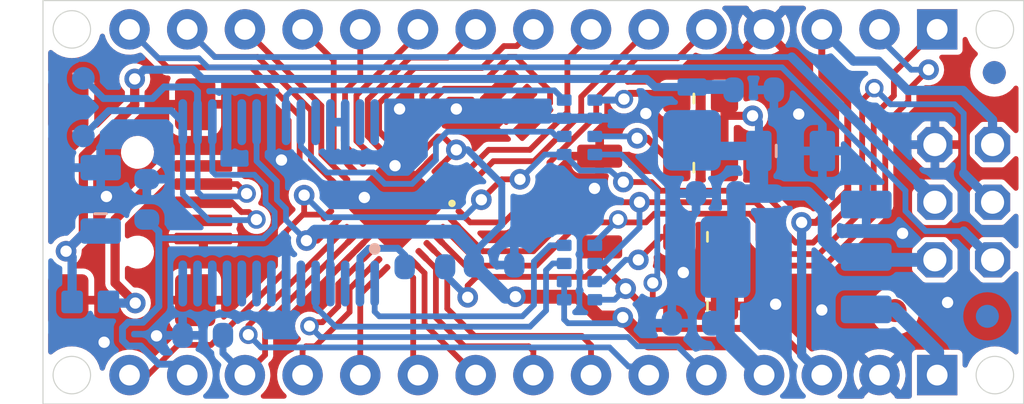
<source format=kicad_pcb>
(kicad_pcb (version 20211014) (generator pcbnew)
  (layers (0 "F.Cu" signal) (31 "B.Cu" signal) (34 "B.Paste" user) (35 "F.Paste" user) (36 "B.SilkS" user "B.Silkscreen") (37 "F.SilkS" user "F.Silkscreen") (38 "B.Mask" user) (39 "F.Mask" user) (44 "Edge.Cuts" user))
  (net 0 "")
  (net 1 "/AREF")
  (net 2 "/RESET")
  (net 3 "Net-(C4-Pad2)")
  (net 4 "Net-(D+0-PadX)")
  (net 5 "Net-(D-0-PadX)")
  (net 6 "Net-(F1-Pad2)")
  (net 7 "/RX")
  (net 9 "/TX")
  (net 19 "Net-(IC1-Pad22)")
  (net 20 "Net-(IC1-Pad23)")
  (net 24 "COM")
  (net 25 "+5V")
  (net 26 "VIN")
  (net 27 "3V3")
  (net 28 "/D3")
  (net 29 "VUSB")
  (net 30 "/D4")
  (net 31 "Net-(IC3-Pad7)")
  (net 32 "Net-(IC3-Pad8)")
  (net 33 "/D5")
  (net 34 "/D6")
  (net 35 "/D7")
  (net 36 "/D8")
  (net 37 "/D9")
  (net 38 "/D10")
  (net 39 "/D11{slash}MOSI")
  (net 40 "/D12{slash}MISO")
  (net 41 "/D13{slash}SCK")
  (net 42 "/A6")
  (net 43 "/A7")
  (net 44 "/A0")
  (net 45 "/A1")
  (net 46 "/A2")
  (net 47 "/A3")
  (net 48 "/A4")
  (net 49 "/A5")
  (net 50 "/D0{slash}RX")
  (net 51 "/D1{slash}TX")
  (net 52 "/D2")
  (net 54 "Net-(PWR0-Pad1)")
  (net 55 "Net-(L0-Pad1)")
  (net 56 "Net-(RP2-Pad5)")
  (net 57 "Net-(RP2-Pad7)")
  (footprint "NanoV3.3:Fiducial_1mm_Mask1.5mm" (layer "F.Cu") (at 167.6146 95.885)
    (fp_text reference "FD2" hide)
    (fp_text value "DNP" hide)
  )
  (footprint "NanoV3.3:LED_0805_2012Metric" (layer "F.Cu") (at 154.686 97.028 90)
    (fp_text reference "TX0" hide)
    (fp_text value "Green" hide)
  )
  (footprint "NanoV3.3:LED_0805_2012Metric" (layer "F.Cu") (at 154.686 100.076 90)
    (fp_text reference "RX0" hide)
    (fp_text value "Red" hide)
  )
  (footprint "NanoV3.3:LED_0805_2012Metric" (layer "F.Cu") (at 154.686 103.124 -90)
    (fp_text reference "PWR0" hide)
    (fp_text value "Green" hide)
  )
  (footprint "NanoV3.3:Resonator_SMD_Murata_CSTxExxV-3Pin_3.0x1.1mm" (layer "F.Cu") (at 146.5834 97.2836 -45)
    (fp_text reference "Y1" hide)
    (fp_text value "16MHz" hide)
  )
  (footprint "NanoV3.3:USB_Mini-B_Lumberg_2486_01_Horizontal" (layer "F.Cu") (at 132.7912 103.2002 90)
    (fp_text reference "J3" hide)
    (fp_text value "Conn_Mini_USB" hide)
  )
  (footprint "NanoV3.3:TestPoint_Pad_D1.0mm" (layer "F.Cu") (at 127.508 98.679)
    (fp_text reference "D+0" hide)
    (fp_text value "DNP" hide)
  )
  (footprint "NanoV3.3:LED_0805_2012Metric" (layer "F.Cu") (at 154.686 106.172 -90)
    (fp_text reference "L0" hide)
    (fp_text value "Yellow" hide)
  )
  (footprint "NanoV3.3:SW_SPST_3.9x2.9mm" (layer "F.Cu") (at 150.241 99.568 -90)
    (fp_text reference "SW1" hide)
    (fp_text value "RESET" hide)
  )
  (footprint "NanoV3.3:VQFN-32-1EP_5x5mm_P0.5mm_EP3.254x3.254mm" (layer "F.Cu") (at 141.224 101.6508 -135)
    (fp_text reference "IC3" hide)
    (fp_text value "328P-MUR" hide)
  )
  (footprint "NanoV3.3:TestPoint_Pad_D1.0mm" (layer "F.Cu") (at 127.508 96.139)
    (fp_text reference "D-0" hide)
    (fp_text value "DNP" hide)
  )
  (footprint "NanoV3.3:PinHeader_2x3_P2.54mm_Vertical" (layer "F.Cu") (at 166.2684 101.6 90)
    (fp_text reference "J4" hide)
    (fp_text value "Conn_2x3" hide)
  )
  (footprint "NanoV3.3:Fiducial_1mm_Mask1.5mm" (layer "F.Cu") (at 163.2458 106.3752 -90)
    (fp_text reference "FD1" hide)
    (fp_text value "DNP" hide)
  )
  (footprint "NanoV3.3:C_0603_1608Metric" (layer "B.Cu") (at 154.305 106.934 180)
    (fp_text reference "C8" hide)
    (fp_text value "1uF" hide)
  )
  (footprint "NanoV3.3:C_0603_1608Metric" (layer "B.Cu") (at 145.5928 104.3686)
    (fp_text reference "C3" hide)
    (fp_text value "1uF" hide)
  )
  (footprint "NanoV3.3:Fiducial_1mm_Mask1.5mm" (layer "B.Cu") (at 167.3098 106.6292 90)
    (fp_text reference "FD3" hide)
    (fp_text value "DNP" hide)
  )
  (footprint "NanoV3.3:DO-220AA" (layer "B.Cu") (at 154.305 98.171 90)
    (fp_text reference "D1" hide)
    (fp_text value "SS1P3L" hide)
  )
  (footprint "NanoV3.3:PinHeader_1x15_P2.54mm_Vertical" (layer "B.Cu") (at 147.32 93.98 180)
    (fp_text reference "J1" hide)
    (fp_text value "Conn_1x15" hide)
  )
  (footprint "NanoV3.3:C_0603_1608Metric" (layer "B.Cu") (at 142.5448 104.4448 180)
    (fp_text reference "C4" hide)
    (fp_text value "100nF" hide)
  )
  (footprint "NanoV3.3:R_CAY16-4" (layer "B.Cu") (at 149.352 98.298 90)
    (fp_text reference "RP2" hide)
    (fp_text value "1K" hide)
  )
  (footprint "NanoV3.3:C_0603_1608Metric" (layer "B.Cu") (at 157.0228 96.647)
    (fp_text reference "C9" hide)
    (fp_text value "100nF" hide)
  )
  (footprint "NanoV3.3:C_0603_1608Metric" (layer "B.Cu") (at 132.765 107.4674 180)
    (fp_text reference "C1" hide)
    (fp_text value "100nF" hide)
  )
  (footprint "NanoV3.3:CP_EIA-3216-18_Kemet-A" (layer "B.Cu") (at 128.27 102.87 90)
    (fp_text reference "C2" hide)
    (fp_text value "4,7uF_16V" hide)
  )
  (footprint "NanoV3.3:PinHeader_1x15_P2.54mm_Vertical" (layer "B.Cu") (at 147.32 109.22 180)
    (fp_text reference "J2" hide)
    (fp_text value "Conn_1x15" hide)
  )
  (footprint "NanoV3.3:Fiducial_1mm_Mask1.5mm" (layer "B.Cu") (at 167.6146 95.885 90)
    (fp_text reference "FD4" hide)
    (fp_text value "DNP" hide)
  )
  (footprint "NanoV3.3:R_CAY16-4" (layer "B.Cu") (at 149.352 104.6988 -90)
    (fp_text reference "RP1" hide)
    (fp_text value "1K" hide)
  )
  (footprint "NanoV3.3:SOT-223" (layer "B.Cu") (at 158.877 104.013 -90)
    (fp_text reference "IC2" hide)
    (fp_text value "LM1117IMPX-5.0" hide)
  )
  (footprint "NanoV3.3:SSOP-28_5.3x10.2mm_P0.65mm" (layer "B.Cu") (at 140.335 105.1814 180)
    (fp_text reference "IC1" hide)
    (fp_text value "FT232RL" hide)
  )
  (footprint "NanoV3.3:Fuse_0603_1608Metric" (layer "B.Cu") (at 127.8128 105.9942)
    (fp_text reference "F1" hide)
    (fp_text value "MFFSMF050" hide)
  )
  (footprint "NanoV3.3:C_0603_1608Metric" (layer "B.Cu") (at 130.302 101.473 -90)
    (fp_text reference "C6" hide)
    (fp_text value "100nF" hide)
  )
  (footprint "NanoV3.3:CP_EIA-3216-18_Kemet-A" (layer "B.Cu") (at 157.2514 99.3394)
    (fp_text reference "C5" hide)
    (fp_text value "4,7uF_16V" hide)
  )
  (footprint "NanoV3.3:C_0603_1608Metric" (layer "B.Cu") (at 155.3718 101.219 180)
    (fp_text reference "C7" hide)
    (fp_text value "1uF" hide)
  )
  (gr_circle (center 167.64 109.22) (end 168.4655 109.22) (layer "Edge.Cuts") (width 0.05) (fill none))
  (gr_line (start 125.73 92.71) (end 125.73 110.49) (layer "Edge.Cuts") (width 0.05))
  (gr_circle (center 127 109.22) (end 127.8255 109.22) (layer "Edge.Cuts") (width 0.05) (fill none))
  (gr_line (start 168.91 110.49) (end 168.91 92.71) (layer "Edge.Cuts") (width 0.05))
  (gr_circle (center 127 93.98) (end 127.8255 93.98) (layer "Edge.Cuts") (width 0.05) (fill none))
  (gr_circle (center 167.64 93.98) (end 168.4655 93.98) (layer "Edge.Cuts") (width 0.05) (fill none))
  (gr_line (start 168.91 92.71) (end 125.73 92.71) (layer "Edge.Cuts") (width 0.05))
  (gr_line (start 125.73 110.49) (end 168.91 110.49) (layer "Edge.Cuts") (width 0.05))
  (segment (start 139.314812 103.206435) (end 135.508999 107.012248) (width 0.254) (layer "F.Cu") (net 1))
  (segment (start 135.508999 108.331001) (end 134.62 109.22) (width 0.254) (layer "F.Cu") (net 1))
  (segment (start 135.508999 107.012248) (end 135.508999 108.331001) (width 0.254) (layer "F.Cu") (net 1))
  (segment (start 133.654 107.4674) (end 133.654 108.254) (width 0.3048) (layer "B.Cu") (net 1))
  (segment (start 133.654 108.254) (end 134.62 109.22) (width 0.3048) (layer "B.Cu") (net 1))
  (segment (start 157.988 107.1626) (end 160.02 109.22) (width 0.3048) (layer "F.Cu") (net 2))
  (segment (start 152.781 107.1626) (end 152.273 106.68) (width 0.3048) (layer "F.Cu") (net 2))
  (segment locked (start 149.63 104.89) (end 144.81675 104.89) (width 0.254) (layer "F.Cu") (net 2))
  (segment (start 161.163 97.155) (end 161.163 101.092) (width 0.3048) (layer "F.Cu") (net 2))
  (segment (start 160.02 93.98) (end 160.02 96.012) (width 0.3048) (layer "F.Cu") (net 2))
  (segment (start 144.43 105.79) (end 144.43 105.27675) (width 0.254) (layer "F.Cu") (net 2))
  (segment (start 152.781 107.1626) (end 157.988 107.1626) (width 0.3048) (layer "F.Cu") (net 2))
  (segment (start 160.02 96.012) (end 161.163 97.155) (width 0.3048) (layer "F.Cu") (net 2))
  (segment locked (start 150.241 104.267) (end 150.241 103.5685) (width 0.3048) (layer "F.Cu") (net 2))
  (segment (start 151.384 105.41) (end 152.273 106.299) (width 0.3048) (layer "F.Cu") (net 2))
  (segment (start 152.273 106.299) (end 152.273 106.68) (width 0.3048) (layer "F.Cu") (net 2))
  (segment (start 159.766 102.489) (end 159.131 102.489) (width 0.3048) (layer "F.Cu") (net 2))
  (segment (start 144.81675 104.89) (end 143.133187 103.206438) (width 0.254) (layer "F.Cu") (net 2))
  (segment locked (start 151.384 105.41) (end 150.241 104.267) (width 0.3048) (layer "F.Cu") (net 2))
  (segment (start 144.43 105.27675) (end 144.81675 104.89) (width 0.254) (layer "F.Cu") (net 2))
  (segment (start 149.63 104.89) (end 150.241 104.279) (width 0.254) (layer "F.Cu") (net 2))
  (segment (start 161.163 101.092) (end 159.766 102.489) (width 0.3048) (layer "F.Cu") (net 2))
  (via (at 159.131 102.489) (size 0.9064) (drill 0.5) (layers "F.Cu" "B.Cu") (net 2))
  (via (at 151.384 105.41) (size 0.9064) (drill 0.5) (layers "F.Cu" "B.Cu") (net 2))
  (via (at 144.43 105.79) (size 0.9064) (drill 0.5) (layers "F.Cu" "B.Cu") (net 2))
  (segment (start 143.4338 104.4448) (end 143.4338 104.7938) (width 0.3048) (layer "B.Cu") (net 2))
  (segment (start 143.4338 104.7938) (end 144.43 105.79) (width 0.3048) (layer "B.Cu") (net 2))
  (segment (start 162.5092 95.377) (end 163.8046 96.6724) (width 0.4064) (layer "B.Cu") (net 2))
  (segment (start 167.5384 99.06) (end 167.5384 97.9678) (width 0.4064) (layer "B.Cu") (net 2))
  (segment (start 167.5384 97.9678) (end 166.243 96.6724) (width 0.4064) (layer "B.Cu") (net 2))
  (segment (start 161.417 95.377) (end 162.5092 95.377) (width 0.4064) (layer "B.Cu") (net 2))
  (segment (start 159.131 108.331) (end 160.02 109.22) (width 0.4064) (layer "B.Cu") (net 2))
  (segment (start 159.131 102.489) (end 159.131 108.331) (width 0.4064) (layer "B.Cu") (net 2))
  (segment (start 160.02 93.98) (end 161.417 95.377) (width 0.4064) (layer "B.Cu") (net 2))
  (segment (start 150.8952 105.8988) (end 151.384 105.41) (width 0.254) (layer "B.Cu") (net 2))
  (segment (start 150.027 105.8988) (end 150.8952 105.8988) (width 0.254) (layer "B.Cu") (net 2))
  (segment (start 163.8046 96.6724) (end 166.243 96.6724) (width 0.4064) (layer "B.Cu") (net 2))
  (segment (start 141.351 103.632) (end 141.6558 103.9368) (width 0.3048) (layer "B.Cu") (net 3))
  (segment (start 139.6848 104.025717) (end 139.6848 105.1814) (width 0.3048) (layer "B.Cu") (net 3))
  (segment (start 140.078517 103.632) (end 139.6848 104.025717) (width 0.3048) (layer "B.Cu") (net 3))
  (segment (start 141.351 103.632) (end 140.078517 103.632) (width 0.3048) (layer "B.Cu") (net 3))
  (segment (start 141.6558 103.9368) (end 141.6558 104.4448) (width 0.3048) (layer "B.Cu") (net 3))
  (segment (start 134.467981 102.0318) (end 134.7978 102.0318) (width 0.254) (layer "F.Cu") (net 4))
  (segment (start 134.036381 101.6002) (end 134.467981 102.0318) (width 0.254) (layer "F.Cu") (net 4))
  (segment (start 132.7912 101.6002) (end 134.036381 101.6002) (width 0.254) (layer "F.Cu") (net 4))
  (segment (start 134.7978 102.0318) (end 135.128 102.362) (width 0.254) (layer "F.Cu") (net 4))
  (via (at 135.128 102.362) (size 0.8128) (drill 0.5) (layers "F.Cu" "B.Cu") (net 4))
  (segment (start 131.8895 98.171) (end 131.8895 101.2495) (width 0.254) (layer "B.Cu") (net 4))
  (segment (start 131.3769 97.5614) (end 131.8849 98.0694) (width 0.3048) (layer "B.Cu") (net 4))
  (segment (start 133.03 102.39) (end 135.1 102.39) (width 0.254) (layer "B.Cu") (net 4))
  (segment (start 131.8895 101.2495) (end 133.03 102.39) (width 0.254) (layer "B.Cu") (net 4))
  (segment (start 127.508 98.679) (end 128.6256 97.5614) (width 0.3048) (layer "B.Cu") (net 4))
  (segment (start 128.6256 97.5614) (end 131.3769 97.5614) (width 0.3048) (layer "B.Cu") (net 4))
  (segment (start 135.1 102.39) (end 135.128 102.362) (width 0.254) (layer "B.Cu") (net 4))
  (segment (start 132.7912 100.8002) (end 134.2774 100.8002) (width 0.254) (layer "F.Cu") (net 5))
  (segment (start 134.2774 100.8002) (end 134.6962 101.219) (width 0.254) (layer "F.Cu") (net 5))
  (via (at 134.6962 101.219) (size 0.8128) (drill 0.5) (layers "F.Cu" "B.Cu") (net 5))
  (segment (start 128.397 97.028) (end 127.508 96.139) (width 0.3048) (layer "B.Cu") (net 5))
  (segment (start 132.5352 98.0694) (end 132.5352 96.7212) (width 0.3048) (layer "B.Cu") (net 5))
  (segment (start 131.064 96.52) (end 132.334 96.52) (width 0.3048) (layer "B.Cu") (net 5))
  (segment (start 131.064 96.52) (end 130.556 97.028) (width 0.3048) (layer "B.Cu") (net 5))
  (segment (start 132.7404 101.346) (end 134.5692 101.346) (width 0.254) (layer "B.Cu") (net 5))
  (segment (start 132.5372 101.1428) (end 132.7404 101.346) (width 0.254) (layer "B.Cu") (net 5))
  (segment (start 134.5692 101.346) (end 134.6962 101.219) (width 0.254) (layer "B.Cu") (net 5))
  (segment (start 130.556 97.028) (end 128.397 97.028) (width 0.3048) (layer "B.Cu") (net 5))
  (segment (start 132.5352 96.7212) (end 132.334 96.52) (width 0.3048) (layer "B.Cu") (net 5))
  (segment (start 132.5372 98.0567) (end 132.5372 101.1428) (width 0.254) (layer "B.Cu") (net 5))
  (segment (start 132.7912 100.0002) (end 131.2668 100.0002) (width 0.4064) (layer "F.Cu") (net 6))
  (segment (start 128.905 105.156) (end 129.794 106.045) (width 0.4064) (layer "F.Cu") (net 6))
  (segment (start 131.2668 100.0002) (end 128.905 102.362) (width 0.4064) (layer "F.Cu") (net 6))
  (segment (start 128.905 102.362) (end 128.905 105.156) (width 0.4064) (layer "F.Cu") (net 6))
  (via (at 129.794 106.045) (size 0.9064) (drill 0.5) (layers "F.Cu" "B.Cu") (net 6))
  (segment (start 128.6636 106.045) (end 129.794 106.045) (width 0.4064) (layer "B.Cu") (net 6))
  (segment (start 140.5382 106.6292) (end 146.8374 106.6292) (width 0.254) (layer "B.Cu") (net 7))
  (segment (start 148.677 103.4988) (end 148.0628 103.4988) (width 0.254) (layer "B.Cu") (net 7))
  (segment (start 147.3454 106.1212) (end 147.3454 104.2162) (width 0.254) (layer "B.Cu") (net 7))
  (segment (start 146.8374 106.6292) (end 147.3454 106.1212) (width 0.254) (layer "B.Cu") (net 7))
  (segment (start 140.335 106.426) (end 140.5382 106.6292) (width 0.254) (layer "B.Cu") (net 7))
  (segment (start 148.0628 103.4988) (end 147.3454 104.2162) (width 0.254) (layer "B.Cu") (net 7))
  (segment (start 140.335 106.426) (end 140.335 105.1814) (width 0.254) (layer "B.Cu") (net 7))
  (segment (start 148.1772 104.2988) (end 148.677 104.2988) (width 0.254) (layer "B.Cu") (net 9))
  (segment (start 138.6078 107.0864) (end 147.1676 107.0864) (width 0.254) (layer "B.Cu") (net 9))
  (segment (start 147.1676 107.0864) (end 147.8788 106.3752) (width 0.254) (layer "B.Cu") (net 9))
  (segment (start 147.8788 106.3752) (end 147.8788 104.5972) (width 0.254) (layer "B.Cu") (net 9))
  (segment (start 147.8788 104.5972) (end 148.1772 104.2988) (width 0.254) (layer "B.Cu") (net 9))
  (segment (start 137.7348 105.1814) (end 137.7348 106.2134) (width 0.254) (layer "B.Cu") (net 9))
  (segment (start 137.7348 106.2134) (end 138.6078 107.0864) (width 0.254) (layer "B.Cu") (net 9))
  (segment (start 148.677 97.098) (end 148.2514 96.6724) (width 0.254) (layer "B.Cu") (net 19))
  (segment (start 136.6774 96.6724) (end 136.4353 96.9145) (width 0.254) (layer "B.Cu") (net 19))
  (segment (start 148.2514 96.6724) (end 136.6774 96.6724) (width 0.254) (layer "B.Cu") (net 19))
  (segment (start 136.4353 96.9145) (end 136.4353 98.0694) (width 0.254) (layer "B.Cu") (net 19))
  (segment (start 140.28 100.29) (end 138.23 100.29) (width 0.254) (layer "B.Cu") (net 20))
  (segment (start 148.658 98.679) (end 148.319 98.679) (width 0.254) (layer "B.Cu") (net 20))
  (segment (start 137.0851 99.1451) (end 138.23 100.29) (width 0.254) (layer "B.Cu") (net 20))
  (segment (start 140.78 100.79) (end 140.28 100.29) (width 0.254) (layer "B.Cu") (net 20))
  (segment (start 141.98 100.79) (end 140.78 100.79) (width 0.254) (layer "B.Cu") (net 20))
  (segment (start 148.13 98.49) (end 143.53 98.49) (width 0.254) (layer "B.Cu") (net 20))
  (segment (start 143.03 99.74) (end 143.03 98.99) (width 0.254) (layer "B.Cu") (net 20))
  (segment (start 137.0851 98.0694) (end 137.0851 99.1451) (width 0.254) (layer "B.Cu") (net 20))
  (segment (start 141.98 100.79) (end 143.03 99.74) (width 0.254) (layer "B.Cu") (net 20))
  (segment (start 148.658 98.679) (end 148.677 98.698) (width 0.254) (layer "B.Cu") (net 20))
  (segment (start 143.03 98.99) (end 143.53 98.49) (width 0.254) (layer "B.Cu") (net 20))
  (segment (start 148.319 98.679) (end 148.13 98.49) (width 0.254) (layer "B.Cu") (net 20))
  (segment (start 142.779635 99.741612) (end 141.224 101.297247) (width 0.254) (layer "F.Cu") (net 24))
  (segment (start 132.7912 103.2002) (end 132.7912 103.8606) (width 0.4064) (layer "F.Cu") (net 24))
  (segment (start 142.28466 101.6508) (end 141.224 101.6508) (width 0.254) (layer "F.Cu") (net 24))
  (segment (start 143.486742 100.448718) (end 142.28466 101.6508) (width 0.254) (layer "F.Cu") (net 24))
  (segment (start 141.224 102.004353) (end 141.224 101.6508) (width 0.254) (layer "F.Cu") (net 24))
  (segment (start 132.4312 104.2206) (end 132.7912 103.8606) (width 0.4064) (layer "F.Cu") (net 24))
  (segment (start 132.4312 105.9177) (end 132.4312 104.2206) (width 0.4064) (layer "F.Cu") (net 24))
  (segment (start 141.224 101.297247) (end 141.224 101.6508) (width 0.254) (layer "F.Cu") (net 24))
  (segment (start 139.668365 103.559988) (end 141.224 102.004353) (width 0.254) (layer "F.Cu") (net 24))
  (via (at 141.23 99.99) (size 0.9064) (drill 0.5) (layers "F.Cu" "B.Cu") (net 24))
  (via (at 165.5572 106.0196) (size 0.9064) (drill 0.5) (layers "F.Cu" "B.Cu") (net 24))
  (via (at 150.0124 100.9904) (size 0.8128) (drill 0.5) (layers "F.Cu" "B.Cu") (net 24))
  (via (at 141.43 97.49) (size 0.9064) (drill 0.5) (layers "F.Cu" "B.Cu") (net 24))
  (via (at 157.988 106.0958) (size 0.8128) (drill 0.5) (layers "F.Cu" "B.Cu") (net 24))
  (via (at 139.88 101.39) (size 0.9064) (drill 0.5) (layers "F.Cu" "B.Cu") (net 24))
  (via (at 128.524 101.346) (size 0.9064) (drill 0.5) (layers "F.Cu" "B.Cu") (net 24))
  (via (at 143.93 97.49) (size 0.9064) (drill 0.5) (layers "F.Cu" "B.Cu") (net 24))
  (via (at 152.273 97.6884) (size 0.8128) (drill 0.5) (layers "F.Cu" "B.Cu") (net 24))
  (via (at 153.924 104.6988) (size 0.8128) (drill 0.5) (layers "F.Cu" "B.Cu") (net 24))
  (via (at 130.73 107.49) (size 0.9064) (drill 0.5) (layers "F.Cu" "B.Cu") (net 24))
  (via (at 128.4224 107.7722) (size 0.8128) (drill 0.5) (layers "F.Cu" "B.Cu") (net 24))
  (via (at 163.576 102.9716) (size 0.8128) (drill 0.5) (layers "F.Cu" "B.Cu") (net 24))
  (via (at 136.23 99.74) (size 0.9064) (drill 0.5) (layers "F.Cu" "B.Cu") (net 24))
  (via (at 160.02 106.3498) (size 0.8128) (drill 0.5) (layers "F.Cu" "B.Cu") (net 24))
  (via (at 159.004 97.7138) (size 0.8128) (drill 0.5) (layers "F.Cu" "B.Cu") (net 24))
  (segment (start 148.677 97.898) (end 150.027 97.898) (width 0.4064) (layer "B.Cu") (net 24))
  (segment (start 155.736011 100.076) (end 155.736011 97.028) (width 0.3556) (layer "F.Cu") (net 25))
  (segment (start 152.4 107.823) (end 151.257 106.68) (width 0.6096) (layer "F.Cu") (net 25))
  (segment (start 156.21 107.823) (end 157.48 109.22) (width 0.6096) (layer "F.Cu") (net 25))
  (segment (start 143.93 99.298353) (end 143.93 99.29) (width 0.254) (layer "F.Cu") (net 25))
  (segment (start 152.4 107.823) (end 156.21 107.823) (width 0.6096) (layer "F.Cu") (net 25))
  (segment (start 150.2156 106.68) (end 151.257 106.68) (width 0.6096) (layer "F.Cu") (net 25))
  (segment (start 146.5326 105.7656) (end 149.3012 105.7656) (width 0.6096) (layer "F.Cu") (net 25))
  (segment (start 143.133188 100.095165) (end 143.93 99.298353) (width 0.254) (layer "F.Cu") (net 25))
  (segment (start 138.607705 102.499328) (end 137.817033 103.29) (width 0.254) (layer "F.Cu") (net 25))
  (segment (start 156.972 97.79) (end 155.736011 97.79) (width 0.3556) (layer "F.Cu") (net 25))
  (segment (start 150.2156 106.68) (end 149.3012 105.7656) (width 0.6096) (layer "F.Cu") (net 25))
  (segment (start 143.3444 98.7044) (end 143.93 99.29) (width 0.254) (layer "F.Cu") (net 25))
  (segment (start 137.817033 103.29) (end 137.33 103.29) (width 0.254) (layer "F.Cu") (net 25))
  (segment (start 142.426082 99.388058) (end 143.10974 98.7044) (width 0.254) (layer "F.Cu") (net 25))
  (segment (start 143.10974 98.7044) (end 143.3444 98.7044) (width 0.254) (layer "F.Cu") (net 25))
  (via (at 143.93 99.29) (size 0.9064) (drill 0.5) (layers "F.Cu" "B.Cu") (net 25))
  (via (at 156.972 97.79) (size 0.9064) (drill 0.5) (layers "F.Cu" "B.Cu") (net 25))
  (via (at 151.257 106.68) (size 0.9064) (drill 0.5) (layers "F.Cu" "B.Cu") (net 25))
  (via (at 137.33 103.29) (size 0.9064) (drill 0.5) (layers "F.Cu" "B.Cu") (net 25))
  (via (at 146.5326 105.7656) (size 0.9064) (drill 0.5) (layers "F.Cu" "B.Cu") (net 25))
  (segment (start 148.677 105.0988) (end 148.677 105.8988) (width 0.254) (layer "B.Cu") (net 25))
  (segment (start 156.2608 101.219) (end 157.988 101.219) (width 0.8128) (layer "B.Cu") (net 25))
  (segment (start 157.2514 98.0694) (end 157.2514 99.3394) (width 0.3556) (layer "B.Cu") (net 25))
  (segment (start 135.1351 98.0694) (end 135.1351 99.7849) (width 0.254) (layer "B.Cu") (net 25))
  (segment (start 146.1008 105.7656) (end 144.7038 104.3686) (width 0.6096) (layer "B.Cu") (net 25))
  (segment (start 151.003 106.934) (end 151.257 106.68) (width 0.254) (layer "B.Cu") (net 25))
  (segment (start 154.305 98.871) (end 154.7734 99.3394) (width 0.8128) (layer "B.Cu") (net 25))
  (segment (start 159.385 101.219) (end 157.988 101.219) (width 0.6096) (layer "B.Cu") (net 25))
  (segment (start 162.1028 104.14) (end 164.9984 104.14) (width 0.6096) (layer "B.Cu") (net 25))
  (segment (start 136.43 102.39) (end 137.33 103.29) (width 0.254) (layer "B.Cu") (net 25))
  (segment (start 155.778 107.518) (end 157.48 109.22) (width 0.8128) (layer "B.Cu") (net 25))
  (segment (start 161.9758 104.013) (end 160.909 104.013) (width 0.6096) (layer "B.Cu") (net 25))
  (segment (start 145.93 102.59) (end 145.93 100.79) (width 0.3048) (layer "B.Cu") (net 25))
  (segment (start 155.778 104.013) (end 155.778 107.518) (width 0.8128) (layer "B.Cu") (net 25))
  (segment (start 136.03 101.49) (end 136.03 100.6798) (width 0.254) (layer "B.Cu") (net 25))
  (segment (start 136.43 101.89) (end 136.03 101.49) (width 0.254) (layer "B.Cu") (net 25))
  (segment (start 137.723 102.897) (end 137.33 103.29) (width 0.6096) (layer "B.Cu") (net 25))
  (segment (start 145.7364 102.7836) (end 145.93 102.59) (width 0.3048) (layer "B.Cu") (net 25))
  (segment (start 136.43 101.89) (end 136.43 102.39) (width 0.254) (layer "B.Cu") (net 25))
  (segment (start 157.2514 99.3394) (end 157.2514 101.219) (width 0.8128) (layer "B.Cu") (net 25))
  (segment (start 144.7038 103.8098) (end 144.7038 104.3686) (width 0.6096) (layer "B.Cu") (net 25))
  (segment (start 160.147 103.251) (end 160.147 101.981) (width 0.6096) (layer "B.Cu") (net 25))
  (segment (start 145.73 102.7836) (end 145.7364 102.7836) (width 0.3048) (layer "B.Cu") (net 25))
  (segment (start 160.909 104.013) (end 160.147 103.251) (width 0.6096) (layer "B.Cu") (net 25))
  (segment (start 154.7734 99.3394) (end 157.2514 99.3394) (width 0.8128) (layer "B.Cu") (net 25))
  (segment (start 156.2608 101.219) (end 156.2608 103.5302) (width 0.8128) (layer "B.Cu") (net 25))
  (segment (start 138.384991 105.1814) (end 138.384991 102.897) (width 0.3048) (layer "B.Cu") (net 25))
  (segment (start 161.9758 104.013) (end 162.1028 104.14) (width 0.6096) (layer "B.Cu") (net 25))
  (segment (start 146.5326 105.7656) (end 146.1008 105.7656) (width 0.6096) (layer "B.Cu") (net 25))
  (segment (start 145.73 102.7836) (end 144.7038 103.8098) (width 0.3048) (layer "B.Cu") (net 25))
  (segment (start 144.43 99.29) (end 143.93 99.29) (width 0.3048) (layer "B.Cu") (net 25))
  (segment (start 136.03 100.6798) (end 135.1351 99.7849) (width 0.254) (layer "B.Cu") (net 25))
  (segment (start 160.147 101.981) (end 159.385 101.219) (width 0.6096) (layer "B.Cu") (net 25))
  (segment (start 148.677 105.8988) (end 148.677 106.767) (width 0.254) (layer "B.Cu") (net 25))
  (segment (start 143.891 102.897) (end 137.723 102.897) (width 0.6096) (layer "B.Cu") (net 25))
  (segment (start 144.7038 103.8098) (end 143.891 102.897) (width 0.6096) (layer "B.Cu") (net 25))
  (segment (start 148.844 106.934) (end 151.003 106.934) (width 0.254) (layer "B.Cu") (net 25))
  (segment (start 156.2608 103.5302) (end 155.778 104.013) (width 0.8128) (layer "B.Cu") (net 25))
  (segment (start 156.972 97.79) (end 157.2514 98.0694) (width 0.3556) (layer "B.Cu") (net 25))
  (segment (start 145.93 100.79) (end 144.43 99.29) (width 0.3048) (layer "B.Cu") (net 25))
  (segment (start 148.677 106.767) (end 148.844 106.934) (width 0.254) (layer "B.Cu") (net 25))
  (segment (start 165.1 108.204) (end 165.1 109.22) (width 0.6096) (layer "B.Cu") (net 26))
  (segment (start 161.9758 106.3244) (end 163.2204 106.3244) (width 0.6096) (layer "B.Cu") (net 26))
  (segment (start 163.2204 106.3244) (end 165.1 108.204) (width 0.6096) (layer "B.Cu") (net 26))
  (segment (start 129.48 106.89) (end 129.23 107.14) (width 0.3048) (layer "B.Cu") (net 27))
  (segment (start 133.1849 100.2449) (end 133.33 100.39) (width 0.254) (layer "B.Cu") (net 27))
  (segment (start 133.33 100.39) (end 135.0356 100.39) (width 0.254) (layer "B.Cu") (net 27))
  (segment (start 130.83 106.19) (end 130.13 106.89) (width 0.3048) (layer "B.Cu") (net 27))
  (segment (start 130.13 106.89) (end 129.48 106.89) (width 0.3048) (layer "B.Cu") (net 27))
  (segment (start 130.03 107.94) (end 130.83 108.74) (width 0.3048) (layer "B.Cu") (net 27))
  (segment (start 135.0356 100.39) (end 135.0356 100.3956) (width 0.254) (layer "B.Cu") (net 27))
  (segment (start 129.23 107.14) (end 129.23 107.69) (width 0.3048) (layer "B.Cu") (net 27))
  (segment (start 130.83 102.89) (end 130.83 106.19) (width 0.3048) (layer "B.Cu") (net 27))
  (segment (start 129.48 107.94) (end 130.03 107.94) (width 0.3048) (layer "B.Cu") (net 27))
  (segment (start 130.302 102.362) (end 130.83 102.89) (width 0.3048) (layer "B.Cu") (net 27))
  (segment (start 135.93 102.69) (end 135.43 103.19) (width 0.254) (layer "B.Cu") (net 27))
  (segment (start 135.93 102.04) (end 135.53 101.64) (width 0.254) (layer "B.Cu") (net 27))
  (segment (start 135.430006 103.189989) (end 130.82999 103.189989) (width 0.254) (layer "B.Cu") (net 27))
  (segment (start 133.1849 98.0694) (end 133.1849 100.2449) (width 0.254) (layer "B.Cu") (net 27))
  (segment locked (start 130.83 108.74) (end 131.6 108.74) (width 0.3048) (layer "B.Cu") (net 27))
  (segment (start 132.08 109.22) (end 131.599991 108.739991) (width 0.3048) (layer "B.Cu") (net 27))
  (segment (start 135.93 102.69) (end 135.93 102.04) (width 0.254) (layer "B.Cu") (net 27))
  (segment (start 135.0356 100.3956) (end 135.53 100.89) (width 0.254) (layer "B.Cu") (net 27))
  (segment (start 135.53 101.64) (end 135.53 100.89) (width 0.254) (layer "B.Cu") (net 27))
  (segment (start 129.23 107.69) (end 129.48 107.94) (width 0.3048) (layer "B.Cu") (net 27))
  (segment (start 145.559673 99.79) (end 147.352 99.79) (width 0.254) (layer "F.Cu") (net 28))
  (segment (start 144.193848 101.155825) (end 145.559673 99.79) (width 0.254) (layer "F.Cu") (net 28))
  (segment (start 149.4282 96.9518) (end 149.4282 97.7138) (width 0.254) (layer "F.Cu") (net 28))
  (segment (start 149.4282 97.7138) (end 147.352 99.79) (width 0.254) (layer "F.Cu") (net 28))
  (segment (start 152.4 93.98) (end 149.4282 96.9518) (width 0.254) (layer "F.Cu") (net 28))
  (segment locked (start 129.7686 96.1644) (end 129.7686 97.3074) (width 0.4064) (layer "F.Cu") (net 29))
  (segment locked (start 127.508 99.568) (end 127.508 102.997) (width 0.4064) (layer "F.Cu") (net 29))
  (segment locked (start 127.508 99.568) (end 129.7686 97.3074) (width 0.4064) (layer "F.Cu") (net 29))
  (segment locked (start 127.508 102.997) (end 126.746 103.759) (width 0.4064) (layer "F.Cu") (net 29))
  (via (at 129.7686 96.1644) (size 0.9064) (drill 0.5) (layers "F.Cu" "B.Cu") (net 29))
  (via (at 126.746 103.759) (size 0.9064) (drill 0.5) (layers "F.Cu" "B.Cu") (net 29))
  (segment (start 154.304 96.52) (end 152.6794 96.52) (width 0.3556) (layer "B.Cu") (net 29))
  (segment (start 127.0128 104.0258) (end 126.746 103.759) (width 0.4064) (layer "B.Cu") (net 29))
  (segment (start 152.2984 96.1644) (end 132.7404 96.1644) (width 0.3556) (layer "B.Cu") (net 29))
  (segment (start 152.6794 96.52) (end 152.4762 96.3168) (width 0.3556) (layer "B.Cu") (net 29))
  (segment (start 128.27 102.87) (end 127.635 102.87) (width 0.4064) (layer "B.Cu") (net 29))
  (segment (start 132.334 95.758) (end 130.175 95.758) (width 0.3556) (layer "B.Cu") (net 29))
  (segment (start 127.0128 105.9942) (end 127.0128 104.0258) (width 0.4064) (layer "B.Cu") (net 29))
  (segment (start 127.635 102.87) (end 126.746 103.759) (width 0.4064) (layer "B.Cu") (net 29))
  (segment (start 132.7404 96.1644) (end 132.334 95.758) (width 0.3556) (layer "B.Cu") (net 29))
  (segment (start 152.2984 96.1644) (end 152.4762 96.3168) (width 0.3556) (layer "B.Cu") (net 29))
  (segment (start 130.175 95.758) (end 129.7686 96.1644) (width 0.3556) (layer "B.Cu") (net 29))
  (segment (start 156.0078 96.521) (end 154.305 96.521) (width 0.6096) (layer "B.Cu") (net 29))
  (segment (start 156.1338 96.647) (end 156.0078 96.521) (width 0.6096) (layer "B.Cu") (net 29))
  (segment (start 143.840295 100.802272) (end 145.352567 99.29) (width 0.254) (layer "F.Cu") (net 30))
  (segment (start 149.86 93.98) (end 149.86 94.234) (width 0.254) (layer "F.Cu") (net 30))
  (segment (start 145.352567 99.29) (end 147.1662 99.29) (width 0.254) (layer "F.Cu") (net 30))
  (segment (start 148.8186 95.2754) (end 148.8186 97.6376) (width 0.254) (layer "F.Cu") (net 30))
  (segment (start 148.8186 97.6376) (end 147.1662 99.29) (width 0.254) (layer "F.Cu") (net 30))
  (segment (start 149.86 94.234) (end 148.8186 95.2754) (width 0.254) (layer "F.Cu") (net 30))
  (segment (start 142.93 97.0746) (end 143.40888 96.59572) (width 0.254) (layer "F.Cu") (net 31))
  (segment (start 142.93 98.177033) (end 142.93 97.0746) (width 0.254) (layer "F.Cu") (net 31))
  (segment (start 143.40888 96.59572) (end 145.857066 96.59572) (width 0.254) (layer "F.Cu") (net 31))
  (segment (start 142.072528 99.034505) (end 142.93 98.177033) (width 0.254) (layer "F.Cu") (net 31))
  (segment (start 146.23 95.19) (end 145.281 96.139) (width 0.254) (layer "F.Cu") (net 32))
  (segment (start 148.0566 96.6978) (end 146.5488 95.19) (width 0.254) (layer "F.Cu") (net 32))
  (segment (start 142.43 96.89) (end 142.43 97.969927) (width 0.254) (layer "F.Cu") (net 32))
  (segment (start 148.0566 97.224614) (end 148.0566 96.6978) (width 0.254) (layer "F.Cu") (net 32))
  (segment (start 146.5488 95.19) (end 146.23 95.19) (width 0.254) (layer "F.Cu") (net 32))
  (segment (start 147.290507 97.990707) (end 148.0566 97.224614) (width 0.254) (layer "F.Cu") (net 32))
  (segment (start 143.181 96.139) (end 142.43 96.89) (width 0.254) (layer "F.Cu") (net 32))
  (segment (start 142.43 97.969927) (end 141.718975 98.680952) (width 0.254) (layer "F.Cu") (net 32))
  (segment (start 145.281 96.139) (end 143.181 96.139) (width 0.254) (layer "F.Cu") (net 32))
  (segment (start 146.5834 94.7166) (end 147.32 93.98) (width 0.254) (layer "F.Cu") (net 33))
  (segment (start 140.53 98.481927) (end 140.53 97.2394) (width 0.254) (layer "F.Cu") (net 33))
  (segment (start 142.08808 95.68228) (end 145.05892 95.68228) (width 0.254) (layer "F.Cu") (net 33))
  (segment (start 140.729025 98.680952) (end 140.53 98.481927) (width 0.254) (layer "F.Cu") (net 33))
  (segment locked (start 140.53 97.2394) (end 142.0876 95.6818) (width 0.254) (layer "F.Cu") (net 33))
  (segment (start 145.05892 95.68228) (end 146.0246 94.7166) (width 0.254) (layer "F.Cu") (net 33))
  (segment (start 146.0246 94.7166) (end 146.5834 94.7166) (width 0.254) (layer "F.Cu") (net 33))
  (segment (start 142.0876 95.6818) (end 142.08808 95.68228) (width 0.254) (layer "F.Cu") (net 33))
  (segment (start 143.5354 95.2246) (end 144.78 93.98) (width 0.254) (layer "F.Cu") (net 34))
  (segment locked (start 140.03 97.079) (end 141.8844 95.2246) (width 0.254) (layer "F.Cu") (net 34))
  (segment (start 140.03 98.689033) (end 140.03 97.079) (width 0.254) (layer "F.Cu") (net 34))
  (segment (start 140.375472 99.034505) (end 140.03 98.689033) (width 0.254) (layer "F.Cu") (net 34))
  (segment (start 141.8844 95.2246) (end 143.5354 95.2246) (width 0.254) (layer "F.Cu") (net 34))
  (segment (start 140.021918 99.388058) (end 139.53 98.89614) (width 0.254) (layer "F.Cu") (net 35))
  (segment (start 142.24 93.98) (end 142.24 94.18) (width 0.254) (layer "F.Cu") (net 35))
  (segment (start 139.53 98.89614) (end 139.53 96.89) (width 0.254) (layer "F.Cu") (net 35))
  (segment locked (start 139.53 96.89) (end 142.24 94.18) (width 0.254) (layer "F.Cu") (net 35))
  (segment (start 139.03 99.103247) (end 139.03 96.69) (width 0.254) (layer "F.Cu") (net 36))
  (segment (start 139.668365 99.741612) (end 139.03 99.103247) (width 0.254) (layer "F.Cu") (net 36))
  (segment (start 139.7 93.98) (end 139.7 96.02) (width 0.254) (layer "F.Cu") (net 36))
  (segment locked (start 139.7 96.02) (end 139.03 96.69) (width 0.254) (layer "F.Cu") (net 36))
  (segment locked (start 138.53 95.35) (end 137.16 93.98) (width 0.254) (layer "F.Cu") (net 37))
  (segment (start 139.314812 100.095165) (end 138.53 99.310353) (width 0.254) (layer "F.Cu") (net 37))
  (segment (start 138.53 99.310353) (end 138.53 95.35) (width 0.254) (layer "F.Cu") (net 37))
  (segment (start 138.961258 100.448718) (end 137.98672 99.47418) (width 0.254) (layer "F.Cu") (net 38))
  (segment (start 137.98672 99.47418) (end 137.98672 97.34672) (width 0.254) (layer "F.Cu") (net 38))
  (segment (start 137.98672 97.34672) (end 134.62 93.98) (width 0.254) (layer "F.Cu") (net 38))
  (segment (start 132.08 93.98) (end 133.29968 95.19968) (width 0.254) (layer "F.Cu") (net 39))
  (segment (start 137.53 97.5504) (end 135.1788 95.1992) (width 0.254) (layer "F.Cu") (net 39))
  (segment (start 133.29968 95.19968) (end 135.17832 95.19968) (width 0.254) (layer "F.Cu") (net 39))
  (segment (start 138.607705 100.802272) (end 137.53 99.724567) (width 0.254) (layer "F.Cu") (net 39))
  (segment (start 137.53 99.724567) (end 137.53 97.5504) (width 0.254) (layer "F.Cu") (net 39))
  (segment (start 135.17832 95.19968) (end 135.1788 95.1992) (width 0.254) (layer "F.Cu") (net 39))
  (segment (start 132.08 93.98) (end 133.29968 95.19968) (width 0.254) (layer "B.Cu") (net 39))
  (segment (start 164.9984 101.4984) (end 164.9984 101.6) (width 0.6096) (layer "B.Cu") (net 39))
  (segment (start 133.29968 95.19968) (end 158.69968 95.19968) (width 0.254) (layer "B.Cu") (net 39))
  (segment (start 164.3634 100.8634) (end 159.0929 95.5929) (width 0.4064) (layer "B.Cu") (net 39))
  (segment (start 158.69968 95.19968) (end 159.0929 95.5929) (width 0.254) (layer "B.Cu") (net 39))
  (segment (start 164.3634 100.8634) (end 164.9984 101.4984) (width 0.6096) (layer "B.Cu") (net 39))
  (segment (start 159.0929 95.5929) (end 158.6992 95.1992) (width 0.4064) (layer "B.Cu") (net 39))
  (segment (start 138.254152 101.155825) (end 137.03 99.931673) (width 0.254) (layer "F.Cu") (net 40))
  (segment (start 134.8994 95.6564) (end 131.2164 95.6564) (width 0.254) (layer "F.Cu") (net 40))
  (segment locked (start 137.03 97.787) (end 134.8994 95.6564) (width 0.254) (layer "F.Cu") (net 40))
  (segment (start 129.54 93.98) (end 131.2164 95.6564) (width 0.254) (layer "F.Cu") (net 40))
  (segment (start 137.03 99.931673) (end 137.03 97.787) (width 0.254) (layer "F.Cu") (net 40))
  (segment (start 166.2684 102.87) (end 167.5384 104.14) (width 0.4064) (layer "B.Cu") (net 40))
  (segment (start 164.592 102.87) (end 163.703 101.981) (width 0.254) (layer "B.Cu") (net 40))
  (segment (start 163.703 101.981) (end 163.703 101.092) (width 0.254) (layer "B.Cu") (net 40))
  (segment (start 130.81 95.25) (end 129.54 93.98) (width 0.254) (layer "B.Cu") (net 40))
  (segment (start 166.2684 102.87) (end 164.592 102.87) (width 0.254) (layer "B.Cu") (net 40))
  (segment (start 158.2674 95.6564) (end 132.9944 95.6564) (width 0.254) (layer "B.Cu") (net 40))
  (segment (start 163.703 101.092) (end 158.2674 95.6564) (width 0.254) (layer "B.Cu") (net 40))
  (segment (start 132.9944 95.6564) (end 132.588 95.25) (width 0.254) (layer "B.Cu") (net 40))
  (segment (start 132.588 95.25) (end 130.81 95.25) (width 0.254) (layer "B.Cu") (net 40))
  (segment (start 161.798 101.219) (end 161.798 97.1042) (width 0.254) (layer "F.Cu") (net 41))
  (segment (start 145.03 101.49) (end 145.93 100.59) (width 0.254) (layer "F.Cu") (net 41))
  (segment (start 157.353 101.092) (end 152.908 101.092) (width 0.254) (layer "F.Cu") (net 41))
  (segment (start 137.23 101.29) (end 137.23 102.09) (width 0.254) (layer "F.Cu") (net 41))
  (segment (start 130.35 109.22) (end 129.54 109.22) (width 0.254) (layer "F.Cu") (net 41))
  (segment (start 158.242 102.743) (end 158.242 101.981) (width 0.254) (layer "F.Cu") (net 41))
  (segment (start 152.527 100.711) (end 151.2824 100.711) (width 0.254) (layer "F.Cu") (net 41))
  (segment (start 133.13 107.89) (end 136.43 104.59) (width 0.254) (layer "F.Cu") (net 41))
  (segment (start 137.174225 102.145775) (end 136.43 102.89) (width 0.254) (layer "F.Cu") (net 41))
  (segment (start 159.639 103.378) (end 161.798 101.219) (width 0.254) (layer "F.Cu") (net 41))
  (segment (start 145.93 100.59) (end 146.73 100.59) (width 0.254) (layer "F.Cu") (net 41))
  (segment (start 138.254152 102.145775) (end 137.174225 102.145775) (width 0.254) (layer "F.Cu") (net 41))
  (segment (start 131.68 107.89) (end 130.35 109.22) (width 0.254) (layer "F.Cu") (net 41))
  (segment (start 161.798 97.1042) (end 162.3314 96.5708) (width 0.254) (layer "F.Cu") (net 41))
  (segment (start 158.877 103.378) (end 158.242 102.743) (width 0.254) (layer "F.Cu") (net 41))
  (segment (start 133.13 107.89) (end 131.68 107.89) (width 0.254) (layer "F.Cu") (net 41))
  (segment (start 136.43 104.59) (end 136.43 102.89) (width 0.254) (layer "F.Cu") (net 41))
  (segment (start 158.242 101.981) (end 157.353 101.092) (width 0.254) (layer "F.Cu") (net 41))
  (segment (start 152.908 101.092) (end 152.527 100.711) (width 0.254) (layer "F.Cu") (net 41))
  (segment (start 159.639 103.378) (end 158.877 103.378) (width 0.254) (layer "F.Cu") (net 41))
  (via (at 145.03 101.49) (size 0.9064) (drill 0.5) (layers "F.Cu" "B.Cu") (net 41))
  (via (at 137.23 101.29) (size 0.9064) (drill 0.5) (layers "F.Cu" "B.Cu") (net 41))
  (via (at 162.3314 96.5708) (size 0.8128) (drill 0.5) (layers "F.Cu" "B.Cu") (net 41))
  (via (at 146.73 100.59) (size 0.9064) (drill 0.5) (layers "F.Cu" "B.Cu") (net 41))
  (via (at 151.2824 100.711) (size 0.9064) (drill 0.5) (layers "F.Cu" "B.Cu") (net 41))
  (segment (start 166.2684 97.6884) (end 166.2684 100.33) (width 0.254) (layer "B.Cu") (net 41))
  (segment (start 149.382 100.203) (end 150.6982 100.203) (width 0.254) (layer "B.Cu") (net 41))
  (segment (start 147.822 99.498) (end 146.73 100.59) (width 0.254) (layer "B.Cu") (net 41))
  (segment (start 150.6982 100.203) (end 151.2824 100.711) (width 0.254) (layer "B.Cu") (net 41))
  (segment (start 165.862 97.282) (end 163.0426 97.282) (width 0.254) (layer "B.Cu") (net 41))
  (segment (start 138.20248 102.26248) (end 144.25752 102.26248) (width 0.254) (layer "B.Cu") (net 41))
  (segment (start 166.2684 97.6884) (end 165.862 97.282) (width 0.254) (layer "B.Cu") (net 41))
  (segment (start 148.677 99.498) (end 149.382 100.203) (width 0.254) (layer "B.Cu") (net 41))
  (segment (start 144.25752 102.26248) (end 145.03 101.49) (width 0.254) (layer "B.Cu") (net 41))
  (segment (start 148.677 99.498) (end 147.822 99.498) (width 0.254) (layer "B.Cu") (net 41))
  (segment (start 166.2684 100.33) (end 167.5384 101.6) (width 0.4064) (layer "B.Cu") (net 41))
  (segment (start 163.0426 97.282) (end 162.3314 96.5708) (width 0.254) (layer "B.Cu") (net 41))
  (segment (start 137.23 101.29) (end 138.20248 102.26248) (width 0.254) (layer "B.Cu") (net 41))
  (segment (start 134.7724 107.04174) (end 134.7724 107.442) (width 0.254) (layer "F.Cu") (net 42))
  (segment (start 138.961258 102.852882) (end 134.7724 107.04174) (width 0.254) (layer "F.Cu") (net 42))
  (via (at 134.7724 107.442) (size 0.8128) (drill 0.5) (layers "F.Cu" "B.Cu") (net 42))
  (segment (start 135.3312 108.0008) (end 150.6728 108.0008) (width 0.254) (layer "B.Cu") (net 42))
  (segment (start 152.019 108.839) (end 152.4 109.22) (width 0.254) (layer "B.Cu") (net 42))
  (segment (start 134.7724 107.442) (end 135.3312 108.0008) (width 0.254) (layer "B.Cu") (net 42))
  (segment (start 150.6728 108.0008) (end 151.511 108.839) (width 0.254) (layer "B.Cu") (net 42))
  (segment (start 151.511 108.839) (end 152.019 108.839) (width 0.254) (layer "B.Cu") (net 42))
  (segment (start 140.021918 103.913542) (end 138.73 105.20546) (width 0.254) (layer "F.Cu") (net 43))
  (segment (start 138.73 105.20546) (end 138.73 106.19) (width 0.254) (layer "F.Cu") (net 43))
  (segment (start 137.6358 106.89) (end 138.03 106.89) (width 0.254) (layer "F.Cu") (net 43))
  (segment (start 137.4648 107.061) (end 137.6358 106.89) (width 0.254) (layer "F.Cu") (net 43))
  (segment (start 138.73 106.19) (end 138.03 106.89) (width 0.254) (layer "F.Cu") (net 43))
  (via (at 137.4648 107.061) (size 0.8128) (drill 0.5) (layers "F.Cu" "B.Cu") (net 43))
  (segment (start 153.67 107.95) (end 154.94 109.22) (width 0.254) (layer "B.Cu") (net 43))
  (segment (start 151.4856 107.5436) (end 151.892 107.95) (width 0.254) (layer "B.Cu") (net 43))
  (segment (start 151.892 107.95) (end 153.67 107.95) (width 0.254) (layer "B.Cu") (net 43))
  (segment (start 137.9474 107.5436) (end 137.4648 107.061) (width 0.254) (layer "B.Cu") (net 43))
  (segment (start 151.4856 107.5436) (end 137.9474 107.5436) (width 0.254) (layer "B.Cu") (net 43))
  (segment (start 139.23 105.412567) (end 139.23 106.4388) (width 0.254) (layer "F.Cu") (net 44))
  (segment (start 140.375472 104.267095) (end 139.23 105.412567) (width 0.254) (layer "F.Cu") (net 44))
  (segment (start 137.16 108.1024) (end 137.3124 107.95) (width 0.254) (layer "F.Cu") (net 44))
  (segment (start 139.23 106.4388) (end 137.7188 107.95) (width 0.254) (layer "F.Cu") (net 44))
  (segment (start 137.16 109.22) (end 137.16 108.1024) (width 0.254) (layer "F.Cu") (net 44))
  (segment (start 137.3124 107.95) (end 137.7188 107.95) (width 0.254) (layer "F.Cu") (net 44))
  (segment (start 139.7 105.649675) (end 140.729025 104.62065) (width 0.254) (layer "F.Cu") (net 45))
  (segment (start 139.7 109.22) (end 139.7 105.649675) (width 0.254) (layer "F.Cu") (net 45))
  (segment (start 142.029993 104.931666) (end 141.718975 104.620648) (width 0.254) (layer "F.Cu") (net 46))
  (segment (start 142.029993 109.009993) (end 142.029993 104.931666) (width 0.254) (layer "F.Cu") (net 46))
  (segment (start 142.24 109.22) (end 142.029993 109.009993) (width 0.254) (layer "F.Cu") (net 46))
  (segment (start 142.072528 104.267095) (end 142.53 104.724567) (width 0.254) (layer "F.Cu") (net 47))
  (segment (start 142.53 106.97) (end 144.78 109.22) (width 0.254) (layer "F.Cu") (net 47))
  (segment (start 142.53 104.724567) (end 142.53 106.97) (width 0.254) (layer "F.Cu") (net 47))
  (segment (start 147.1168 107.95) (end 147.32 108.1532) (width 0.254) (layer "F.Cu") (net 48))
  (segment (start 143.03 104.51746) (end 143.03 106.69) (width 0.254) (layer "F.Cu") (net 48))
  (segment (start 147.1168 107.95) (end 144.29 107.95) (width 0.254) (layer "F.Cu") (net 48))
  (segment (start 143.03 106.69) (end 144.29 107.95) (width 0.254) (layer "F.Cu") (net 48))
  (segment (start 147.32 108.1532) (end 147.32 109.22) (width 0.254) (layer "F.Cu") (net 48))
  (segment (start 142.426082 103.913542) (end 143.03 104.51746) (width 0.254) (layer "F.Cu") (net 48))
  (segment (start 149.4536 107.4928) (end 149.86 107.8992) (width 0.254) (layer "F.Cu") (net 49))
  (segment (start 144.7328 107.4928) (end 149.4536 107.4928) (width 0.254) (layer "F.Cu") (net 49))
  (segment (start 144.7328 107.4928) (end 143.53 106.29) (width 0.254) (layer "F.Cu") (net 49))
  (segment (start 143.53 104.310353) (end 143.53 106.29) (width 0.254) (layer "F.Cu") (net 49))
  (segment (start 149.86 107.8992) (end 149.86 109.22) (width 0.254) (layer "F.Cu") (net 49))
  (segment (start 142.779635 103.559988) (end 143.53 104.310353) (width 0.254) (layer "F.Cu") (net 49))
  (segment (start 157.226 102.489) (end 157.226 103.251) (width 0.254) (layer "F.Cu") (net 50))
  (segment (start 162.814 98.171) (end 163.83 97.155) (width 0.254) (layer "F.Cu") (net 50))
  (segment (start 151.1808 102.489) (end 151.0538 102.362) (width 0.254) (layer "F.Cu") (net 50))
  (segment (start 152.273 102.489) (end 151.1808 102.489) (width 0.254) (layer "F.Cu") (net 50))
  (segment (start 163.83 97.155) (end 163.83 96.647) (width 0.254) (layer "F.Cu") (net 50))
  (segment (start 163.83 96.647) (end 164.719 95.758) (width 0.254) (layer "F.Cu") (net 50))
  (segment (start 150.9268 102.489) (end 151.0538 102.362) (width 0.254) (layer "F.Cu") (net 50))
  (segment (start 156.845 102.108) (end 157.226 102.489) (width 0.254) (layer "F.Cu") (net 50))
  (segment (start 149.352 102.489) (end 147.447 104.394) (width 0.254) (layer "F.Cu") (net 50))
  (segment (start 152.654 102.108) (end 152.273 102.489) (width 0.254) (layer "F.Cu") (net 50))
  (segment (start 162.814 101.727) (end 162.814 98.171) (width 0.254) (layer "F.Cu") (net 50))
  (segment (start 152.654 102.108) (end 156.845 102.108) (width 0.254) (layer "F.Cu") (net 50))
  (segment (start 157.226 103.251) (end 158.369 104.394) (width 0.254) (layer "F.Cu") (net 50))
  (segment (start 145.02786 104.394) (end 147.447 104.394) (width 0.254) (layer "F.Cu") (net 50))
  (segment (start 160.147 104.394) (end 162.814 101.727) (width 0.254) (layer "F.Cu") (net 50))
  (segment (start 149.352 102.489) (end 150.9268 102.489) (width 0.254) (layer "F.Cu") (net 50))
  (segment (start 158.369 104.394) (end 160.147 104.394) (width 0.254) (layer "F.Cu") (net 50))
  (segment (start 143.486742 102.852882) (end 145.02786 104.394) (width 0.254) (layer "F.Cu") (net 50))
  (via (at 151.0538 102.362) (size 0.8128) (drill 0.5) (layers "F.Cu" "B.Cu") (net 50))
  (via (at 164.719 95.758) (size 0.9064) (drill 0.5) (layers "F.Cu" "B.Cu") (net 50))
  (segment (start 150.027 103.3888) (end 151.0538 102.362) (width 0.254) (layer "B.Cu") (net 50))
  (segment (start 150.027 103.4988) (end 150.027 103.3888) (width 0.254) (layer "B.Cu") (net 50))
  (segment (start 162.56 94.361) (end 163.957 95.758) (width 0.254) (layer "B.Cu") (net 50))
  (segment (start 164.719 95.758) (end 163.957 95.758) (width 0.254) (layer "B.Cu") (net 50))
  (segment (start 162.56 93.98) (end 162.56 94.361) (width 0.254) (layer "B.Cu") (net 50))
  (segment (start 162.306 97.79) (end 163.195 96.901) (width 0.254) (layer "F.Cu") (net 51))
  (segment (start 157.099 101.6) (end 151.9936 101.6) (width 0.254) (layer "F.Cu") (net 51))
  (segment (start 147.32 103.759) (end 149.098 101.981) (width 0.254) (layer "F.Cu") (net 51))
  (segment (start 147.32 103.759) (end 145.099962 103.759) (width 0.254) (layer "F.Cu") (net 51))
  (segment (start 159.893 103.886) (end 162.306 101.473) (width 0.254) (layer "F.Cu") (net 51))
  (segment (start 150.622 101.6) (end 150.241 101.981) (width 0.254) (layer "F.Cu") (net 51))
  (segment (start 162.306 101.473) (end 162.306 97.79) (width 0.254) (layer "F.Cu") (net 51))
  (segment (start 163.195 96.901) (end 163.195 95.885) (width 0.254) (layer "F.Cu") (net 51))
  (segment (start 157.099 101.6) (end 157.734 102.235) (width 0.254) (layer "F.Cu") (net 51))
  (segment (start 149.098 101.981) (end 150.241 101.981) (width 0.254) (layer "F.Cu") (net 51))
  (segment (start 145.099962 103.759) (end 143.840293 102.499332) (width 0.254) (layer "F.Cu") (net 51))
  (segment (start 151.9936 101.6) (end 150.622 101.6) (width 0.254) (layer "F.Cu") (net 51))
  (segment (start 158.623 103.886) (end 159.893 103.886) (width 0.254) (layer "F.Cu") (net 51))
  (segment (start 157.734 102.235) (end 157.734 102.997) (width 0.254) (layer "F.Cu") (net 51))
  (segment (start 157.734 102.997) (end 158.623 103.886) (width 0.254) (layer "F.Cu") (net 51))
  (segment (start 163.195 95.885) (end 165.1 93.98) (width 0.254) (layer "F.Cu") (net 51))
  (via (at 151.9936 101.6) (size 0.9064) (drill 0.5) (layers "F.Cu" "B.Cu") (net 51))
  (segment (start 151.9936 102.7176) (end 150.4124 104.2988) (width 0.254) (layer "B.Cu") (net 51))
  (segment (start 150.027 104.2988) (end 150.4124 104.2988) (width 0.254) (layer "B.Cu") (net 51))
  (segment (start 151.9936 101.6) (end 151.9936 102.7176) (width 0.254) (layer "B.Cu") (net 51))
  (segment (start 153.67 95.25) (end 154.94 93.98) (width 0.254) (layer "F.Cu") (net 52))
  (segment (start 151.8666 95.25) (end 153.67 95.25) (width 0.254) (layer "F.Cu") (net 52))
  (segment (start 150.0886 97.79) (end 150.0886 97.028) (width 0.254) (layer "F.Cu") (net 52))
  (segment (start 148.03 99.8486) (end 150.0886 97.79) (width 0.254) (layer "F.Cu") (net 52))
  (segment (start 148.03 100.49) (end 148.03 99.8486) (width 0.254) (layer "F.Cu") (net 52))
  (segment (start 146.03 102.49) (end 148.03 100.49) (width 0.254) (layer "F.Cu") (net 52))
  (segment (start 144.193848 102.145775) (end 144.538073 102.49) (width 0.254) (layer "F.Cu") (net 52))
  (segment (start 144.538073 102.49) (end 146.03 102.49) (width 0.254) (layer "F.Cu") (net 52))
  (segment (start 150.0886 97.028) (end 151.8666 95.25) (width 0.254) (layer "F.Cu") (net 52))
  (segment (start 152.9588 103.124) (end 153.636 103.124) (width 0.254) (layer "F.Cu") (net 54))
  (segment (start 151.9428 104.14) (end 152.9588 103.124) (width 0.254) (layer "F.Cu") (net 54))
  (via (at 151.9428 104.14) (size 0.9064) (drill 0.5) (layers "F.Cu" "B.Cu") (net 54))
  (segment (start 150.027 105.0988) (end 150.4252 105.0988) (width 0.254) (layer "B.Cu") (net 54))
  (segment (start 151.384 104.14) (end 151.9428 104.14) (width 0.254) (layer "B.Cu") (net 54))
  (segment (start 150.4252 105.0988) (end 151.384 104.14) (width 0.254) (layer "B.Cu") (net 54))
  (segment (start 152.5778 105.156) (end 152.5778 105.8418) (width 0.254) (layer "F.Cu") (net 55))
  (segment (start 152.5778 105.8418) (end 152.908 106.172) (width 0.254) (layer "F.Cu") (net 55))
  (segment (start 152.908 106.172) (end 153.636 106.172) (width 0.254) (layer "F.Cu") (net 55))
  (via (at 152.5778 105.156) (size 0.8128) (drill 0.5) (layers "F.Cu" "B.Cu") (net 55))
  (segment (start 152.5778 105.156) (end 152.776511 104.957289) (width 0.254) (layer "B.Cu") (net 55))
  (segment (start 150.027 99.498) (end 151.176604 99.498) (width 0.254) (layer "B.Cu") (net 55))
  (segment (start 151.176604 99.498) (end 152.776511 101.097907) (width 0.254) (layer "B.Cu") (net 55))
  (segment (start 152.776511 104.957289) (end 152.776511 101.097907) (width 0.254) (layer "B.Cu") (net 55))
  (segment (start 153.4074 96.7994) (end 151.5618 96.7994) (width 0.3048) (layer "F.Cu") (net 56))
  (segment (start 153.636 97.028) (end 153.4074 96.7994) (width 0.3048) (layer "F.Cu") (net 56))
  (segment (start 151.5618 96.7994) (end 151.3078 97.0534) (width 0.3048) (layer "F.Cu") (net 56))
  (via (at 151.3078 97.0534) (size 0.8128) (drill 0.5) (layers "F.Cu" "B.Cu") (net 56))
  (segment (start 151.2632 97.098) (end 151.3078 97.0534) (width 0.3048) (layer "B.Cu") (net 56))
  (segment (start 150.027 97.098) (end 151.2632 97.098) (width 0.3048) (layer "B.Cu") (net 56))
  (segment (start 153.636 100.076) (end 152.3406 98.7806) (width 0.3048) (layer "F.Cu") (net 57))
  (segment (start 152.3406 98.7806) (end 151.892 98.7806) (width 0.3048) (layer "F.Cu") (net 57))
  (via (at 151.892 98.7806) (size 0.9064) (drill 0.5) (layers "F.Cu" "B.Cu") (net 57))
  (segment (start 150.027 98.698) (end 151.8094 98.698) (width 0.254) (layer "B.Cu") (net 57))
  (segment (start 151.8094 98.698) (end 151.892 98.7806) (width 0.254) (layer "B.Cu") (net 57))
  (zone (net 0) (net_name "") (layer "F.Cu") (connect_pads (clearance 0)) (min_thickness 0.254)
    (keepout (tracks not_allowed) (vias not_allowed) (pads not_allowed) (copperpour not_allowed) (footprints allowed))
    (fill (thermal_gap 0.508) (thermal_bridge_width 0.508))
    (polygon (pts (xy 168.91 109.22) (xy 168.890706 108.999467) (xy 168.83341 108.785634) (xy 168.739852 108.585) (xy 168.612876 108.40366) (xy 168.45634 108.247124) (xy 168.275 108.120148) (xy 168.074366 108.02659) (xy 167.860533 107.969294) (xy 167.64 107.95) (xy 167.419467 107.969294) (xy 167.205634 108.02659) (xy 167.005 108.120148) (xy 166.82366 108.247124) (xy 166.667124 108.40366) (xy 166.540148 108.585) (xy 166.44659 108.785634) (xy 166.389294 108.999467) (xy 166.37 109.22) (xy 166.389294 109.440533) (xy 166.44659 109.654366) (xy 166.540148 109.855) (xy 166.667124 110.03634) (xy 166.82366 110.192876) (xy 167.005 110.319852) (xy 167.205634 110.41341) (xy 167.419467 110.470706) (xy 167.64 110.49) (xy 167.860533 110.470706) (xy 168.074366 110.41341) (xy 168.275 110.319852) (xy 168.45634 110.192876) (xy 168.612876 110.03634) (xy 168.739852 109.855) (xy 168.83341 109.654366) (xy 168.890706 109.440533)))
    (polygon (pts (xy 168.656 109.22) (xy 168.640565 109.043573) (xy 168.594728 108.872508) (xy 168.519882 108.712) (xy 168.418301 108.566928) (xy 168.293072 108.441699) (xy 168.148 108.340118) (xy 167.987492 108.265272) (xy 167.816427 108.219435) (xy 167.64 108.204) (xy 167.463573 108.219435) (xy 167.292508 108.265272) (xy 167.132 108.340118) (xy 166.986928 108.441699) (xy 166.861699 108.566928) (xy 166.760118 108.712) (xy 166.685272 108.872508) (xy 166.639435 109.043573) (xy 166.624 109.22) (xy 166.639435 109.396427) (xy 166.685272 109.567492) (xy 166.760118 109.728) (xy 166.861699 109.873072) (xy 166.986928 109.998301) (xy 167.132 110.099882) (xy 167.292508 110.174728) (xy 167.463573 110.220565) (xy 167.64 110.236) (xy 167.816427 110.220565) (xy 167.987492 110.174728) (xy 168.148 110.099882) (xy 168.293072 109.998301) (xy 168.418301 109.873072) (xy 168.519882 109.728) (xy 168.594728 109.567492) (xy 168.640565 109.396427)))
  )
  (zone (net 0) (net_name "") (layer "F.Cu") (connect_pads (clearance 0)) (min_thickness 0.254)
    (keepout (tracks not_allowed) (vias not_allowed) (pads not_allowed) (copperpour not_allowed) (footprints allowed))
    (fill (thermal_gap 0.508) (thermal_bridge_width 0.508))
    (polygon (pts (xy 128.27 93.98) (xy 128.250706 93.759467) (xy 128.19341 93.545634) (xy 128.099852 93.345) (xy 127.972876 93.16366) (xy 127.81634 93.007124) (xy 127.635 92.880148) (xy 127.434366 92.78659) (xy 127.220533 92.729294) (xy 127 92.71) (xy 126.779467 92.729294) (xy 126.565634 92.78659) (xy 126.365 92.880148) (xy 126.18366 93.007124) (xy 126.027124 93.16366) (xy 125.900148 93.345) (xy 125.80659 93.545634) (xy 125.749294 93.759467) (xy 125.73 93.98) (xy 125.749294 94.200533) (xy 125.80659 94.414366) (xy 125.900148 94.615) (xy 126.027124 94.79634) (xy 126.18366 94.952876) (xy 126.365 95.079852) (xy 126.565634 95.17341) (xy 126.779467 95.230706) (xy 127 95.25) (xy 127.220533 95.230706) (xy 127.434366 95.17341) (xy 127.635 95.079852) (xy 127.81634 94.952876) (xy 127.972876 94.79634) (xy 128.099852 94.615) (xy 128.19341 94.414366) (xy 128.250706 94.200533)))
    (polygon (pts (xy 128.016 93.98) (xy 128.000565 93.803573) (xy 127.954728 93.632508) (xy 127.879882 93.472) (xy 127.778301 93.326928) (xy 127.653072 93.201699) (xy 127.508 93.100118) (xy 127.347492 93.025272) (xy 127.176427 92.979435) (xy 127 92.964) (xy 126.823573 92.979435) (xy 126.652508 93.025272) (xy 126.492 93.100118) (xy 126.346928 93.201699) (xy 126.221699 93.326928) (xy 126.120118 93.472) (xy 126.045272 93.632508) (xy 125.999435 93.803573) (xy 125.984 93.98) (xy 125.999435 94.156427) (xy 126.045272 94.327492) (xy 126.120118 94.488) (xy 126.221699 94.633072) (xy 126.346928 94.758301) (xy 126.492 94.859882) (xy 126.652508 94.934728) (xy 126.823573 94.980565) (xy 127 94.996) (xy 127.176427 94.980565) (xy 127.347492 94.934728) (xy 127.508 94.859882) (xy 127.653072 94.758301) (xy 127.778301 94.633072) (xy 127.879882 94.488) (xy 127.954728 94.327492) (xy 128.000565 94.156427)))
  )
  (zone (net 0) (net_name "") (layer "F.Cu") (connect_pads (clearance 0)) (min_thickness 0.254)
    (keepout (tracks not_allowed) (vias not_allowed) (pads not_allowed) (copperpour not_allowed) (footprints allowed))
    (fill (thermal_gap 0.508) (thermal_bridge_width 0.508))
    (polygon (pts (xy 128.27 109.22) (xy 128.250706 108.999467) (xy 128.19341 108.785634) (xy 128.099852 108.585) (xy 127.972876 108.40366) (xy 127.81634 108.247124) (xy 127.635 108.120148) (xy 127.434366 108.02659) (xy 127.220533 107.969294) (xy 127 107.95) (xy 126.779467 107.969294) (xy 126.565634 108.02659) (xy 126.365 108.120148) (xy 126.18366 108.247124) (xy 126.027124 108.40366) (xy 125.900148 108.585) (xy 125.80659 108.785634) (xy 125.749294 108.999467) (xy 125.73 109.22) (xy 125.749294 109.440533) (xy 125.80659 109.654366) (xy 125.900148 109.855) (xy 126.027124 110.03634) (xy 126.18366 110.192876) (xy 126.365 110.319852) (xy 126.565634 110.41341) (xy 126.779467 110.470706) (xy 127 110.49) (xy 127.220533 110.470706) (xy 127.434366 110.41341) (xy 127.635 110.319852) (xy 127.81634 110.192876) (xy 127.972876 110.03634) (xy 128.099852 109.855) (xy 128.19341 109.654366) (xy 128.250706 109.440533)))
    (polygon (pts (xy 128.016 109.22) (xy 128.000565 109.043573) (xy 127.954728 108.872508) (xy 127.879882 108.712) (xy 127.778301 108.566928) (xy 127.653072 108.441699) (xy 127.508 108.340118) (xy 127.347492 108.265272) (xy 127.176427 108.219435) (xy 127 108.204) (xy 126.823573 108.219435) (xy 126.652508 108.265272) (xy 126.492 108.340118) (xy 126.346928 108.441699) (xy 126.221699 108.566928) (xy 126.120118 108.712) (xy 126.045272 108.872508) (xy 125.999435 109.043573) (xy 125.984 109.22) (xy 125.999435 109.396427) (xy 126.045272 109.567492) (xy 126.120118 109.728) (xy 126.221699 109.873072) (xy 126.346928 109.998301) (xy 126.492 110.099882) (xy 126.652508 110.174728) (xy 126.823573 110.220565) (xy 127 110.236) (xy 127.176427 110.220565) (xy 127.347492 110.174728) (xy 127.508 110.099882) (xy 127.653072 109.998301) (xy 127.778301 109.873072) (xy 127.879882 109.728) (xy 127.954728 109.567492) (xy 128.000565 109.396427)))
  )
  (zone (net 0) (net_name "") (layer "F.Cu") (connect_pads (clearance 0)) (min_thickness 0.254)
    (keepout (tracks not_allowed) (vias not_allowed) (pads not_allowed) (copperpour not_allowed) (footprints allowed))
    (fill (thermal_gap 0.508) (thermal_bridge_width 0.508))
    (polygon (pts (xy 168.91 93.98) (xy 168.890706 93.759467) (xy 168.83341 93.545634) (xy 168.739852 93.345) (xy 168.612876 93.16366) (xy 168.45634 93.007124) (xy 168.275 92.880148) (xy 168.074366 92.78659) (xy 167.860533 92.729294) (xy 167.64 92.71) (xy 167.419467 92.729294) (xy 167.205634 92.78659) (xy 167.005 92.880148) (xy 166.82366 93.007124) (xy 166.667124 93.16366) (xy 166.540148 93.345) (xy 166.44659 93.545634) (xy 166.389294 93.759467) (xy 166.37 93.98) (xy 166.389294 94.200533) (xy 166.44659 94.414366) (xy 166.540148 94.615) (xy 166.667124 94.79634) (xy 166.82366 94.952876) (xy 167.005 95.079852) (xy 167.205634 95.17341) (xy 167.419467 95.230706) (xy 167.64 95.25) (xy 167.860533 95.230706) (xy 168.074366 95.17341) (xy 168.275 95.079852) (xy 168.45634 94.952876) (xy 168.612876 94.79634) (xy 168.739852 94.615) (xy 168.83341 94.414366) (xy 168.890706 94.200533)))
    (polygon (pts (xy 168.656 93.98) (xy 168.640565 93.803573) (xy 168.594728 93.632508) (xy 168.519882 93.472) (xy 168.418301 93.326928) (xy 168.293072 93.201699) (xy 168.148 93.100118) (xy 167.987492 93.025272) (xy 167.816427 92.979435) (xy 167.64 92.964) (xy 167.463573 92.979435) (xy 167.292508 93.025272) (xy 167.132 93.100118) (xy 166.986928 93.201699) (xy 166.861699 93.326928) (xy 166.760118 93.472) (xy 166.685272 93.632508) (xy 166.639435 93.803573) (xy 166.624 93.98) (xy 166.639435 94.156427) (xy 166.685272 94.327492) (xy 166.760118 94.488) (xy 166.861699 94.633072) (xy 166.986928 94.758301) (xy 167.132 94.859882) (xy 167.292508 94.934728) (xy 167.463573 94.980565) (xy 167.64 94.996) (xy 167.816427 94.980565) (xy 167.987492 94.934728) (xy 168.148 94.859882) (xy 168.293072 94.758301) (xy 168.418301 94.633072) (xy 168.519882 94.488) (xy 168.594728 94.327492) (xy 168.640565 94.156427)))
  )
  (zone (net 24) (net_name "COM") (layers F&B.Cu) (priority 6) (connect_pads (clearance 0.2286)) (min_thickness 0.2286) (fill yes (thermal_gap 0.254) (thermal_bridge_width 0.381))
    (polygon (pts (xy 168.783 110.363) (xy 125.857 110.363351) (xy 125.857 92.83735) (xy 168.783 92.837)))
  )
  (zone (net 0) (net_name "") (layer "B.Cu") (connect_pads (clearance 0)) (min_thickness 0.254)
    (keepout (tracks not_allowed) (vias not_allowed) (pads not_allowed) (copperpour not_allowed) (footprints allowed))
    (fill (thermal_gap 0.508) (thermal_bridge_width 0.508))
    (polygon (pts (xy 168.91 109.22) (xy 168.890706 108.999467) (xy 168.83341 108.785634) (xy 168.739852 108.585) (xy 168.612876 108.40366) (xy 168.45634 108.247124) (xy 168.275 108.120148) (xy 168.074366 108.02659) (xy 167.860533 107.969294) (xy 167.64 107.95) (xy 167.419467 107.969294) (xy 167.205634 108.02659) (xy 167.005 108.120148) (xy 166.82366 108.247124) (xy 166.667124 108.40366) (xy 166.540148 108.585) (xy 166.44659 108.785634) (xy 166.389294 108.999467) (xy 166.37 109.22) (xy 166.389294 109.440533) (xy 166.44659 109.654366) (xy 166.540148 109.855) (xy 166.667124 110.03634) (xy 166.82366 110.192876) (xy 167.005 110.319852) (xy 167.205634 110.41341) (xy 167.419467 110.470706) (xy 167.64 110.49) (xy 167.860533 110.470706) (xy 168.074366 110.41341) (xy 168.275 110.319852) (xy 168.45634 110.192876) (xy 168.612876 110.03634) (xy 168.739852 109.855) (xy 168.83341 109.654366) (xy 168.890706 109.440533)))
    (polygon (pts (xy 168.656 109.22) (xy 168.640565 109.043573) (xy 168.594728 108.872508) (xy 168.519882 108.712) (xy 168.418301 108.566928) (xy 168.293072 108.441699) (xy 168.148 108.340118) (xy 167.987492 108.265272) (xy 167.816427 108.219435) (xy 167.64 108.204) (xy 167.463573 108.219435) (xy 167.292508 108.265272) (xy 167.132 108.340118) (xy 166.986928 108.441699) (xy 166.861699 108.566928) (xy 166.760118 108.712) (xy 166.685272 108.872508) (xy 166.639435 109.043573) (xy 166.624 109.22) (xy 166.639435 109.396427) (xy 166.685272 109.567492) (xy 166.760118 109.728) (xy 166.861699 109.873072) (xy 166.986928 109.998301) (xy 167.132 110.099882) (xy 167.292508 110.174728) (xy 167.463573 110.220565) (xy 167.64 110.236) (xy 167.816427 110.220565) (xy 167.987492 110.174728) (xy 168.148 110.099882) (xy 168.293072 109.998301) (xy 168.418301 109.873072) (xy 168.519882 109.728) (xy 168.594728 109.567492) (xy 168.640565 109.396427)))
  )
  (zone (net 0) (net_name "") (layer "B.Cu") (connect_pads (clearance 0)) (min_thickness 0.254)
    (keepout (tracks not_allowed) (vias not_allowed) (pads not_allowed) (copperpour not_allowed) (footprints allowed))
    (fill (thermal_gap 0.508) (thermal_bridge_width 0.508))
    (polygon (pts (xy 168.91 93.98) (xy 168.890706 93.759467) (xy 168.83341 93.545634) (xy 168.739852 93.345) (xy 168.612876 93.16366) (xy 168.45634 93.007124) (xy 168.275 92.880148) (xy 168.074366 92.78659) (xy 167.860533 92.729294) (xy 167.64 92.71) (xy 167.419467 92.729294) (xy 167.205634 92.78659) (xy 167.005 92.880148) (xy 166.82366 93.007124) (xy 166.667124 93.16366) (xy 166.540148 93.345) (xy 166.44659 93.545634) (xy 166.389294 93.759467) (xy 166.37 93.98) (xy 166.389294 94.200533) (xy 166.44659 94.414366) (xy 166.540148 94.615) (xy 166.667124 94.79634) (xy 166.82366 94.952876) (xy 167.005 95.079852) (xy 167.205634 95.17341) (xy 167.419467 95.230706) (xy 167.64 95.25) (xy 167.860533 95.230706) (xy 168.074366 95.17341) (xy 168.275 95.079852) (xy 168.45634 94.952876) (xy 168.612876 94.79634) (xy 168.739852 94.615) (xy 168.83341 94.414366) (xy 168.890706 94.200533)))
    (polygon (pts (xy 168.656 93.98) (xy 168.640565 93.803573) (xy 168.594728 93.632508) (xy 168.519882 93.472) (xy 168.418301 93.326928) (xy 168.293072 93.201699) (xy 168.148 93.100118) (xy 167.987492 93.025272) (xy 167.816427 92.979435) (xy 167.64 92.964) (xy 167.463573 92.979435) (xy 167.292508 93.025272) (xy 167.132 93.100118) (xy 166.986928 93.201699) (xy 166.861699 93.326928) (xy 166.760118 93.472) (xy 166.685272 93.632508) (xy 166.639435 93.803573) (xy 166.624 93.98) (xy 166.639435 94.156427) (xy 166.685272 94.327492) (xy 166.760118 94.488) (xy 166.861699 94.633072) (xy 166.986928 94.758301) (xy 167.132 94.859882) (xy 167.292508 94.934728) (xy 167.463573 94.980565) (xy 167.64 94.996) (xy 167.816427 94.980565) (xy 167.987492 94.934728) (xy 168.148 94.859882) (xy 168.293072 94.758301) (xy 168.418301 94.633072) (xy 168.519882 94.488) (xy 168.594728 94.327492) (xy 168.640565 94.156427)))
  )
  (zone (net 0) (net_name "") (layer "B.Cu") (connect_pads (clearance 0)) (min_thickness 0.254)
    (keepout (tracks not_allowed) (vias not_allowed) (pads not_allowed) (copperpour not_allowed) (footprints allowed))
    (fill (thermal_gap 0.508) (thermal_bridge_width 0.508))
    (polygon (pts (xy 128.27 93.98) (xy 128.250706 93.759467) (xy 128.19341 93.545634) (xy 128.099852 93.345) (xy 127.972876 93.16366) (xy 127.81634 93.007124) (xy 127.635 92.880148) (xy 127.434366 92.78659) (xy 127.220533 92.729294) (xy 127 92.71) (xy 126.779467 92.729294) (xy 126.565634 92.78659) (xy 126.365 92.880148) (xy 126.18366 93.007124) (xy 126.027124 93.16366) (xy 125.900148 93.345) (xy 125.80659 93.545634) (xy 125.749294 93.759467) (xy 125.73 93.98) (xy 125.749294 94.200533) (xy 125.80659 94.414366) (xy 125.900148 94.615) (xy 126.027124 94.79634) (xy 126.18366 94.952876) (xy 126.365 95.079852) (xy 126.565634 95.17341) (xy 126.779467 95.230706) (xy 127 95.25) (xy 127.220533 95.230706) (xy 127.434366 95.17341) (xy 127.635 95.079852) (xy 127.81634 94.952876) (xy 127.972876 94.79634) (xy 128.099852 94.615) (xy 128.19341 94.414366) (xy 128.250706 94.200533)))
    (polygon (pts (xy 128.016 93.98) (xy 128.000565 93.803573) (xy 127.954728 93.632508) (xy 127.879882 93.472) (xy 127.778301 93.326928) (xy 127.653072 93.201699) (xy 127.508 93.100118) (xy 127.347492 93.025272) (xy 127.176427 92.979435) (xy 127 92.964) (xy 126.823573 92.979435) (xy 126.652508 93.025272) (xy 126.492 93.100118) (xy 126.346928 93.201699) (xy 126.221699 93.326928) (xy 126.120118 93.472) (xy 126.045272 93.632508) (xy 125.999435 93.803573) (xy 125.984 93.98) (xy 125.999435 94.156427) (xy 126.045272 94.327492) (xy 126.120118 94.488) (xy 126.221699 94.633072) (xy 126.346928 94.758301) (xy 126.492 94.859882) (xy 126.652508 94.934728) (xy 126.823573 94.980565) (xy 127 94.996) (xy 127.176427 94.980565) (xy 127.347492 94.934728) (xy 127.508 94.859882) (xy 127.653072 94.758301) (xy 127.778301 94.633072) (xy 127.879882 94.488) (xy 127.954728 94.327492) (xy 128.000565 94.156427)))
  )
  (zone (net 0) (net_name "") (layer "B.Cu") (connect_pads (clearance 0)) (min_thickness 0.254)
    (keepout (tracks not_allowed) (vias not_allowed) (pads not_allowed) (copperpour not_allowed) (footprints allowed))
    (fill (thermal_gap 0.508) (thermal_bridge_width 0.508))
    (polygon (pts (xy 128.27 109.22) (xy 128.250706 108.999467) (xy 128.19341 108.785634) (xy 128.099852 108.585) (xy 127.972876 108.40366) (xy 127.81634 108.247124) (xy 127.635 108.120148) (xy 127.434366 108.02659) (xy 127.220533 107.969294) (xy 127 107.95) (xy 126.779467 107.969294) (xy 126.565634 108.02659) (xy 126.365 108.120148) (xy 126.18366 108.247124) (xy 126.027124 108.40366) (xy 125.900148 108.585) (xy 125.80659 108.785634) (xy 125.749294 108.999467) (xy 125.73 109.22) (xy 125.749294 109.440533) (xy 125.80659 109.654366) (xy 125.900148 109.855) (xy 126.027124 110.03634) (xy 126.18366 110.192876) (xy 126.365 110.319852) (xy 126.565634 110.41341) (xy 126.779467 110.470706) (xy 127 110.49) (xy 127.220533 110.470706) (xy 127.434366 110.41341) (xy 127.635 110.319852) (xy 127.81634 110.192876) (xy 127.972876 110.03634) (xy 128.099852 109.855) (xy 128.19341 109.654366) (xy 128.250706 109.440533)))
    (polygon (pts (xy 128.016 109.22) (xy 128.000565 109.043573) (xy 127.954728 108.872508) (xy 127.879882 108.712) (xy 127.778301 108.566928) (xy 127.653072 108.441699) (xy 127.508 108.340118) (xy 127.347492 108.265272) (xy 127.176427 108.219435) (xy 127 108.204) (xy 126.823573 108.219435) (xy 126.652508 108.265272) (xy 126.492 108.340118) (xy 126.346928 108.441699) (xy 126.221699 108.566928) (xy 126.120118 108.712) (xy 126.045272 108.872508) (xy 125.999435 109.043573) (xy 125.984 109.22) (xy 125.999435 109.396427) (xy 126.045272 109.567492) (xy 126.120118 109.728) (xy 126.221699 109.873072) (xy 126.346928 109.998301) (xy 126.492 110.099882) (xy 126.652508 110.174728) (xy 126.823573 110.220565) (xy 127 110.236) (xy 127.176427 110.220565) (xy 127.347492 110.174728) (xy 127.508 110.099882) (xy 127.653072 109.998301) (xy 127.778301 109.873072) (xy 127.879882 109.728) (xy 127.954728 109.567492) (xy 128.000565 109.396427)))
  )
)
</source>
